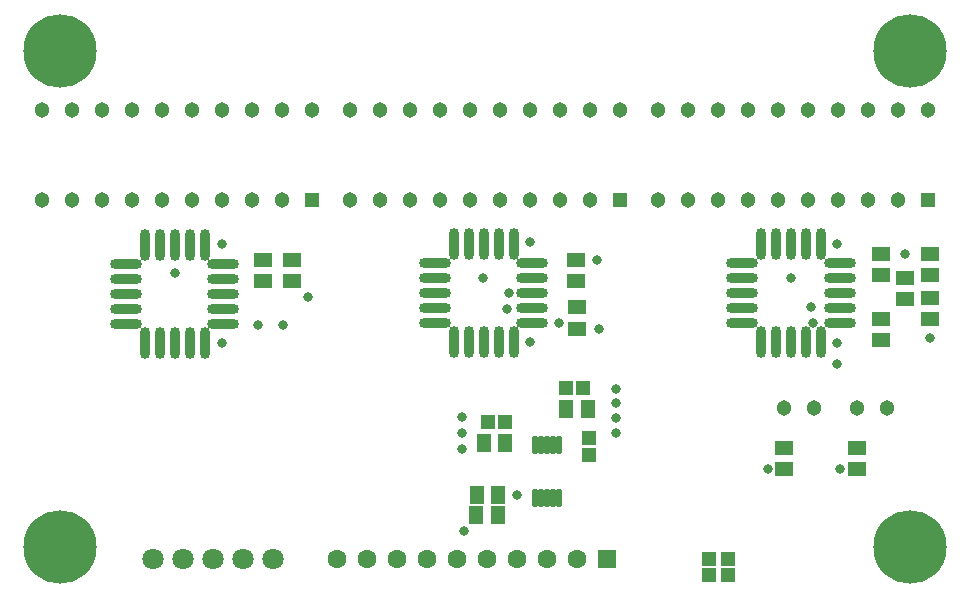
<source format=gts>
G04*
G04 #@! TF.GenerationSoftware,Altium Limited,Altium Designer,18.1.11 (251)*
G04*
G04 Layer_Color=8388736*
%FSLAX25Y25*%
%MOIN*%
G70*
G01*
G75*
%ADD22R,0.06115X0.04737*%
%ADD23O,0.03359X0.10642*%
%ADD24O,0.10642X0.03359*%
%ADD25R,0.04540X0.05131*%
%ADD26R,0.04737X0.06115*%
%ADD27R,0.05131X0.04540*%
%ADD28O,0.02178X0.06115*%
%ADD29R,0.06304X0.06304*%
%ADD30C,0.06304*%
%ADD31C,0.05131*%
%ADD32R,0.05131X0.05131*%
%ADD33C,0.24422*%
%ADD34C,0.07099*%
%ADD35C,0.03162*%
D22*
X289370Y84646D02*
D03*
Y91732D02*
D03*
X305906Y91713D02*
D03*
Y98799D02*
D03*
Y113484D02*
D03*
Y106398D02*
D03*
X297638Y105512D02*
D03*
Y98425D02*
D03*
X289370Y113386D02*
D03*
Y106299D02*
D03*
X187795Y111417D02*
D03*
Y104331D02*
D03*
X281339Y48819D02*
D03*
Y41732D02*
D03*
X257087Y48819D02*
D03*
Y41732D02*
D03*
X83465Y111417D02*
D03*
Y104331D02*
D03*
X93307D02*
D03*
Y111417D02*
D03*
X188189Y95669D02*
D03*
Y88583D02*
D03*
D23*
X269449Y84252D02*
D03*
X264449D02*
D03*
X259449D02*
D03*
X254449D02*
D03*
X249449D02*
D03*
Y116732D02*
D03*
X254449D02*
D03*
X259449D02*
D03*
X264449D02*
D03*
X269449D02*
D03*
X167087D02*
D03*
X162087D02*
D03*
X157087D02*
D03*
X152087D02*
D03*
X147087D02*
D03*
Y84252D02*
D03*
X152087D02*
D03*
X157087D02*
D03*
X162087D02*
D03*
X167087D02*
D03*
X64055Y83858D02*
D03*
X59055D02*
D03*
X54055D02*
D03*
X49055D02*
D03*
X44055D02*
D03*
Y116339D02*
D03*
X49055D02*
D03*
X54055D02*
D03*
X59055D02*
D03*
X64055D02*
D03*
D24*
X243209Y90492D02*
D03*
Y95492D02*
D03*
Y100492D02*
D03*
Y105492D02*
D03*
Y110492D02*
D03*
X275689D02*
D03*
Y105492D02*
D03*
Y100492D02*
D03*
Y95492D02*
D03*
Y90492D02*
D03*
X173327D02*
D03*
Y95492D02*
D03*
Y100492D02*
D03*
Y105492D02*
D03*
Y110492D02*
D03*
X140847D02*
D03*
Y105492D02*
D03*
Y100492D02*
D03*
Y95492D02*
D03*
Y90492D02*
D03*
X37815Y90098D02*
D03*
Y95098D02*
D03*
Y100098D02*
D03*
Y105098D02*
D03*
Y110098D02*
D03*
X70295D02*
D03*
Y105098D02*
D03*
Y100098D02*
D03*
Y95098D02*
D03*
Y90098D02*
D03*
D25*
X192126Y46457D02*
D03*
Y51968D02*
D03*
X238583Y11811D02*
D03*
Y6299D02*
D03*
X232283Y11811D02*
D03*
Y6299D02*
D03*
D26*
X161707Y26378D02*
D03*
X154621D02*
D03*
X161811Y33071D02*
D03*
X154724D02*
D03*
X157087Y50394D02*
D03*
X164173D02*
D03*
X191732Y61811D02*
D03*
X184646D02*
D03*
D27*
X164173Y57480D02*
D03*
X158661D02*
D03*
X184646Y68898D02*
D03*
X190157D02*
D03*
D28*
X182101Y49902D02*
D03*
X180132D02*
D03*
X178164D02*
D03*
X176196D02*
D03*
X174227D02*
D03*
X182101Y31988D02*
D03*
X180132D02*
D03*
X178164D02*
D03*
X176196D02*
D03*
X174227D02*
D03*
D29*
X198164Y11811D02*
D03*
D30*
X188164D02*
D03*
X178164D02*
D03*
X168164D02*
D03*
X158164D02*
D03*
X148164D02*
D03*
X138164D02*
D03*
X128164D02*
D03*
X118164D02*
D03*
X108164D02*
D03*
D31*
X291339Y62205D02*
D03*
X281339D02*
D03*
X267087D02*
D03*
X257087D02*
D03*
X89842Y131417D02*
D03*
X79843D02*
D03*
X69842D02*
D03*
X59842D02*
D03*
X49843D02*
D03*
X39843D02*
D03*
X29842D02*
D03*
X19842D02*
D03*
X9843D02*
D03*
X99843Y161417D02*
D03*
X89842D02*
D03*
X79843D02*
D03*
X69842D02*
D03*
X59842D02*
D03*
X49843D02*
D03*
X39843D02*
D03*
X29842D02*
D03*
X19842D02*
D03*
X9843D02*
D03*
X192480Y131417D02*
D03*
X182480D02*
D03*
X172480D02*
D03*
X162480D02*
D03*
X152480D02*
D03*
X142480D02*
D03*
X132480D02*
D03*
X122480D02*
D03*
X112480D02*
D03*
X202480Y161417D02*
D03*
X192480D02*
D03*
X182480D02*
D03*
X172480D02*
D03*
X162480D02*
D03*
X152480D02*
D03*
X142480D02*
D03*
X132480D02*
D03*
X122480D02*
D03*
X112480D02*
D03*
X295118Y131417D02*
D03*
X285118D02*
D03*
X275118D02*
D03*
X265118D02*
D03*
X255118D02*
D03*
X245118D02*
D03*
X235118D02*
D03*
X225118D02*
D03*
X215118D02*
D03*
X305118Y161417D02*
D03*
X295118D02*
D03*
X285118D02*
D03*
X275118D02*
D03*
X265118D02*
D03*
X255118D02*
D03*
X245118D02*
D03*
X235118D02*
D03*
X225118D02*
D03*
X215118D02*
D03*
D32*
X99843Y131417D02*
D03*
X202480D02*
D03*
X305118D02*
D03*
D33*
X299213Y15748D02*
D03*
Y181102D02*
D03*
X15748D02*
D03*
Y15748D02*
D03*
D34*
X56693Y11811D02*
D03*
X66693D02*
D03*
X46693D02*
D03*
X76693D02*
D03*
X86693D02*
D03*
D35*
X195669Y88583D02*
D03*
X182101Y90551D02*
D03*
X194882Y111417D02*
D03*
X297539Y113386D02*
D03*
X266870Y90492D02*
D03*
X305906Y85433D02*
D03*
X201181Y68504D02*
D03*
Y63648D02*
D03*
Y58793D02*
D03*
Y53937D02*
D03*
X150000Y59055D02*
D03*
Y53740D02*
D03*
Y48425D02*
D03*
X266142Y95669D02*
D03*
X274803Y76772D02*
D03*
X259449Y105512D02*
D03*
X164961Y95276D02*
D03*
X165354Y100394D02*
D03*
X54055Y106968D02*
D03*
X156693Y105512D02*
D03*
X90158Y89764D02*
D03*
X274803Y83858D02*
D03*
Y116929D02*
D03*
X172441Y84252D02*
D03*
Y117323D02*
D03*
X69685Y83858D02*
D03*
Y116929D02*
D03*
X98573Y99065D02*
D03*
X275984Y41732D02*
D03*
X251969Y41757D02*
D03*
X150394Y21260D02*
D03*
X168110Y33071D02*
D03*
X81890Y89764D02*
D03*
M02*

</source>
